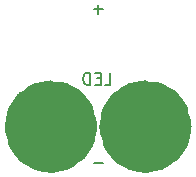
<source format=gbo>
G04 #@! TF.FileFunction,Legend,Bot*
%FSLAX46Y46*%
G04 Gerber Fmt 4.6, Leading zero omitted, Abs format (unit mm)*
G04 Created by KiCad (PCBNEW 4.0.1-3.201512221402+6198~38~ubuntu14.04.1-stable) date Tue 01 Mar 2016 11:06:45 AM PST*
%MOMM*%
G01*
G04 APERTURE LIST*
%ADD10C,0.100000*%
%ADD11C,5.000000*%
%ADD12C,0.150000*%
G04 APERTURE END LIST*
D10*
D11*
X128914214Y-93500000D02*
G75*
G03X128914214Y-93500000I-1414214J0D01*
G01*
X136914214Y-93500000D02*
G75*
G03X136914214Y-93500000I-1414214J0D01*
G01*
D12*
X132042857Y-89952381D02*
X132519048Y-89952381D01*
X132519048Y-88952381D01*
X131709524Y-89428571D02*
X131376190Y-89428571D01*
X131233333Y-89952381D02*
X131709524Y-89952381D01*
X131709524Y-88952381D01*
X131233333Y-88952381D01*
X130804762Y-89952381D02*
X130804762Y-88952381D01*
X130566667Y-88952381D01*
X130423809Y-89000000D01*
X130328571Y-89095238D01*
X130280952Y-89190476D01*
X130233333Y-89380952D01*
X130233333Y-89523810D01*
X130280952Y-89714286D01*
X130328571Y-89809524D01*
X130423809Y-89904762D01*
X130566667Y-89952381D01*
X130804762Y-89952381D01*
X131880952Y-83571429D02*
X131119047Y-83571429D01*
X131499999Y-83952381D02*
X131499999Y-83190476D01*
X131880952Y-96571429D02*
X131119047Y-96571429D01*
M02*

</source>
